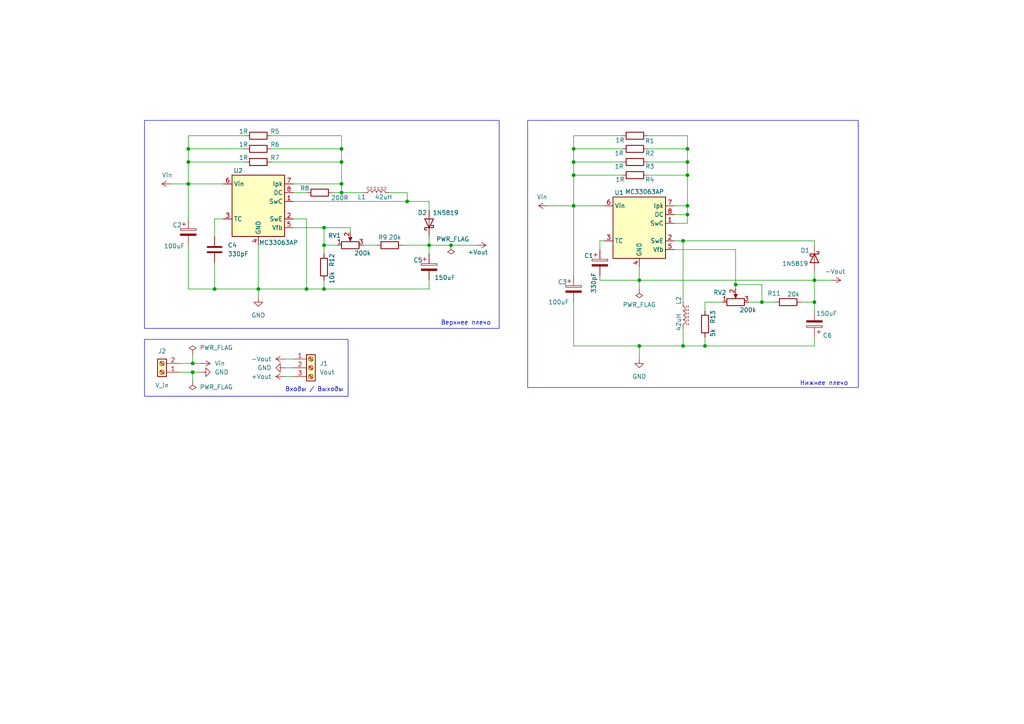
<source format=kicad_sch>
(kicad_sch (version 20231120) (generator "eeschema") (generator_version "8.0")
  (paper "A4")
  (lib_symbols
    (symbol "Connector:Screw_Terminal_01x02" (pin_names (offset 1.016) hide)
      (property "Reference" "J" (at 0 2.54 0))
      (property "Value" "Screw_Terminal_01x02" (at 0 -5.08 0))
      (symbol "Screw_Terminal_01x02_1_1"
        (rectangle (start -1.27 1.27) (end 1.27 -3.81) (stroke (width 0.254)) (fill (type background)))
        (circle (center 0 -2.54) (radius 0.635) (stroke (width 0.1524)))
        (polyline (pts (xy -0.5334 -2.2098) (xy 0.3302 -3.048)) (stroke (width 0.1524)))
        (polyline (pts (xy -0.5334 0.3302) (xy 0.3302 -0.508)) (stroke (width 0.1524)))
        (polyline (pts (xy -0.3556 -2.032) (xy 0.508 -2.8702)) (stroke (width 0.1524)))
        (polyline (pts (xy -0.3556 0.508) (xy 0.508 -0.3302)) (stroke (width 0.1524)))
        (circle (center 0 0) (radius 0.635) (stroke (width 0.1524)))
        (pin passive line (at -5.08 0 0) (length 3.81) (name "Pin_1") (number "1"))
        (pin passive line (at -5.08 -2.54 0) (length 3.81) (name "Pin_2") (number "2"))
      )
    )
    (symbol "Connector:Screw_Terminal_01x03" (pin_names (offset 1.016) hide)
      (property "Reference" "J" (at 0 5.08 0))
      (property "Value" "Screw_Terminal_01x03" (at 0 -5.08 0))
      (symbol "Screw_Terminal_01x03_1_1"
        (rectangle (start -1.27 3.81) (end 1.27 -3.81) (stroke (width 0.254)) (fill (type background)))
        (circle (center 0 -2.54) (radius 0.635) (stroke (width 0.1524)))
        (polyline (pts (xy -0.5334 -2.2098) (xy 0.3302 -3.048)) (stroke (width 0.1524)))
        (polyline (pts (xy -0.5334 0.3302) (xy 0.3302 -0.508)) (stroke (width 0.1524)))
        (polyline (pts (xy -0.5334 2.8702) (xy 0.3302 2.032)) (stroke (width 0.1524)))
        (polyline (pts (xy -0.3556 -2.032) (xy 0.508 -2.8702)) (stroke (width 0.1524)))
        (polyline (pts (xy -0.3556 0.508) (xy 0.508 -0.3302)) (stroke (width 0.1524)))
        (polyline (pts (xy -0.3556 3.048) (xy 0.508 2.2098)) (stroke (width 0.1524)))
        (circle (center 0 0) (radius 0.635) (stroke (width 0.1524)))
        (circle (center 0 2.54) (radius 0.635) (stroke (width 0.1524)))
        (pin passive line (at -5.08 2.54 0) (length 3.81) (name "Pin_1") (number "1"))
        (pin passive line (at -5.08 0 0) (length 3.81) (name "Pin_2") (number "2"))
        (pin passive line (at -5.08 -2.54 0) (length 3.81) (name "Pin_3") (number "3"))
      )
    )
    (symbol "Device:C" (pin_numbers hide) (pin_names (offset 0.254))
      (property "Reference" "C" (at 0.635 2.54 0))
      (property "Value" "C" (at 0.635 -2.54 0))
      (symbol "C_0_1"
        (polyline (pts (xy -2.032 -0.762) (xy 2.032 -0.762)) (stroke (width 0.508)))
        (polyline (pts (xy -2.032 0.762) (xy 2.032 0.762)) (stroke (width 0.508)))
      )
      (symbol "C_1_1"
        (pin passive line (at 0 3.81 270) (length 2.794) (name "~") (number "1"))
        (pin passive line (at 0 -3.81 90) (length 2.794) (name "~") (number "2"))
      )
    )
    (symbol "Device:C_Polarized" (pin_numbers hide) (pin_names (offset 0.254))
      (property "Reference" "C" (at 0.635 2.54 0))
      (property "Value" "C_Polarized" (at 0.635 -2.54 0))
      (symbol "C_Polarized_0_1"
        (rectangle (start -2.286 0.508) (end 2.286 1.016))
        (polyline (pts (xy -1.778 2.286) (xy -0.762 2.286)))
        (polyline (pts (xy -1.27 2.794) (xy -1.27 1.778)))
        (rectangle (start 2.286 -0.508) (end -2.286 -1.016) (fill (type outline)))
      )
      (symbol "C_Polarized_1_1"
        (pin passive line (at 0 3.81 270) (length 2.794) (name "~") (number "1"))
        (pin passive line (at 0 -3.81 90) (length 2.794) (name "~") (number "2"))
      )
    )
    (symbol "Device:L_Ferrite" (pin_numbers hide) (pin_names (offset 1.016) hide)
      (property "Reference" "L" (at -1.27 0 90))
      (property "Value" "L_Ferrite" (at 2.794 0 90))
      (symbol "L_Ferrite_0_1"
        (arc (start 0 -2.54) (mid 0.6323 -1.905) (end 0 -1.27))
        (arc (start 0 -1.27) (mid 0.6323 -0.635) (end 0 0))
        (polyline (pts (xy 1.016 -2.794) (xy 1.016 -2.286)))
        (polyline (pts (xy 1.016 -1.778) (xy 1.016 -1.27)))
        (polyline (pts (xy 1.016 -0.762) (xy 1.016 -0.254)))
        (polyline (pts (xy 1.016 0.254) (xy 1.016 0.762)))
        (polyline (pts (xy 1.016 1.27) (xy 1.016 1.778)))
        (polyline (pts (xy 1.016 2.286) (xy 1.016 2.794)))
        (polyline (pts (xy 1.524 -2.286) (xy 1.524 -2.794)))
        (polyline (pts (xy 1.524 -1.27) (xy 1.524 -1.778)))
        (polyline (pts (xy 1.524 -0.254) (xy 1.524 -0.762)))
        (polyline (pts (xy 1.524 0.762) (xy 1.524 0.254)))
        (polyline (pts (xy 1.524 1.778) (xy 1.524 1.27)))
        (polyline (pts (xy 1.524 2.794) (xy 1.524 2.286)))
        (arc (start 0 0) (mid 0.6323 0.635) (end 0 1.27))
        (arc (start 0 1.27) (mid 0.6323 1.905) (end 0 2.54))
      )
      (symbol "L_Ferrite_1_1"
        (pin passive line (at 0 3.81 270) (length 1.27) (name "1") (number "1"))
        (pin passive line (at 0 -3.81 90) (length 1.27) (name "2") (number "2"))
      )
    )
    (symbol "Device:R" (pin_numbers hide) (pin_names (offset 0))
      (property "Reference" "R" (at 2.032 0 90))
      (property "Value" "R" (at 0 0 90))
      (symbol "R_0_1"
        (rectangle (start -1.016 -2.54) (end 1.016 2.54) (stroke (width 0.254)))
      )
      (symbol "R_1_1"
        (pin passive line (at 0 3.81 270) (length 1.27) (name "~") (number "1"))
        (pin passive line (at 0 -3.81 90) (length 1.27) (name "~") (number "2"))
      )
    )
    (symbol "Device:R_Potentiometer" (pin_names (offset 1.016) hide)
      (property "Reference" "RV" (at -4.445 0 90))
      (property "Value" "R_Potentiometer" (at -2.54 0 90))
      (symbol "R_Potentiometer_0_1"
        (polyline (pts (xy 2.54 0) (xy 1.524 0)))
        (polyline (pts (xy 1.143 0) (xy 2.286 0.508) (xy 2.286 -0.508) (xy 1.143 0)) (fill (type outline)))
        (rectangle (start 1.016 2.54) (end -1.016 -2.54) (stroke (width 0.254)))
      )
      (symbol "R_Potentiometer_1_1"
        (pin passive line (at 0 3.81 270) (length 1.27) (name "1") (number "1"))
        (pin passive line (at 3.81 0 180) (length 1.27) (name "2") (number "2"))
        (pin passive line (at 0 -3.81 90) (length 1.27) (name "3") (number "3"))
      )
    )
    (symbol "Diode:1N5819" (pin_numbers hide) (pin_names (offset 1.016) hide)
      (property "Reference" "D" (at 0 2.54 0))
      (property "Value" "1N5819" (at 0 -2.54 0))
      (symbol "1N5819_0_1"
        (polyline (pts (xy 1.27 0) (xy -1.27 0)))
        (polyline (pts (xy 1.27 1.27) (xy 1.27 -1.27) (xy -1.27 0) (xy 1.27 1.27)) (stroke (width 0.254)))
        (polyline (pts (xy -1.905 0.635) (xy -1.905 1.27) (xy -1.27 1.27) (xy -1.27 -1.27) (xy -0.635 -1.27) (xy -0.635 -0.635)) (stroke (width 0.254)))
      )
      (symbol "1N5819_1_1"
        (pin passive line (at -3.81 0 0) (length 2.54) (name "K") (number "1"))
        (pin passive line (at 3.81 0 180) (length 2.54) (name "A") (number "2"))
      )
    )
    (symbol "Regulator_Switching:MC33063AP"
      (property "Reference" "U" (at -7.62 8.89 0))
      (property "Value" "MC33063AP" (at 0 8.89 0))
      (symbol "MC33063AP_0_1"
        (rectangle (start -7.62 7.62) (end 7.62 -10.16) (stroke (width 0.254)) (fill (type background)))
      )
      (symbol "MC33063AP_1_1"
        (pin open_collector line (at 10.16 0 180) (length 2.54) (name "SwC") (number "1"))
        (pin open_emitter line (at 10.16 -5.08 180) (length 2.54) (name "SwE") (number "2"))
        (pin passive line (at -10.16 -5.08 0) (length 2.54) (name "TC") (number "3"))
        (pin power_in line (at 0 -12.7 90) (length 2.54) (name "GND") (number "4"))
        (pin input line (at 10.16 -7.62 180) (length 2.54) (name "Vfb") (number "5"))
        (pin power_in line (at -10.16 5.08 0) (length 2.54) (name "Vin") (number "6"))
        (pin input line (at 10.16 5.08 180) (length 2.54) (name "Ipk") (number "7"))
        (pin open_collector line (at 10.16 2.54 180) (length 2.54) (name "DC") (number "8"))
      )
    )
    (symbol "power:+15V" (power) (pin_numbers hide) (pin_names (offset 0) hide)
      (property "Value" "+15V" (at 0 3.556 0))
      (symbol "+15V_0_1"
        (polyline (pts (xy -0.762 1.27) (xy 0 2.54)))
        (polyline (pts (xy 0 0) (xy 0 2.54)))
        (polyline (pts (xy 0 2.54) (xy 0.762 1.27)))
      )
      (symbol "+15V_1_1"
        (pin power_in line (at 0 0 90) (length 0) (name "~") (number "1"))
      )
    )
    (symbol "power:GND" (power) (pin_numbers hide) (pin_names (offset 0) hide)
      (property "Value" "GND" (at 0 -3.81 0))
      (symbol "GND_0_1"
        (polyline (pts (xy 0 0) (xy 0 -1.27) (xy 1.27 -1.27) (xy 0 -2.54) (xy -1.27 -1.27) (xy 0 -1.27)))
      )
      (symbol "GND_1_1"
        (pin power_in line (at 0 0 270) (length 0) (name "~") (number "1"))
      )
    )
    (symbol "power:PWR_FLAG" (power) (pin_numbers hide) (pin_names (offset 0) hide)
      (property "Value" "PWR_FLAG" (at 0 3.81 0))
      (symbol "PWR_FLAG_0_0"
        (pin power_out line (at 0 0 90) (length 0) (name "~") (number "1"))
      )
      (symbol "PWR_FLAG_0_1"
        (polyline (pts (xy 0 0) (xy 0 1.27) (xy -1.016 1.905) (xy 0 2.54) (xy 1.016 1.905) (xy 0 1.27)))
      )
    )
  )
  (junction (at 204.47 100.33))
  (junction (at 198.12 100.33))
  (junction (at 166.37 59.69))
  (junction (at 166.37 50.8))
  (junction (at 166.37 46.99))
  (junction (at 199.39 62.23))
  (junction (at 99.06 43.18))
  (junction (at 185.42 100.33))
  (junction (at 55.88 107.95))
  (junction (at 93.98 71.12))
  (junction (at 55.88 105.41))
  (junction (at 166.37 43.18))
  (junction (at 198.12 69.85))
  (junction (at 99.06 53.34))
  (junction (at 199.39 59.69))
  (junction (at 199.39 43.18))
  (junction (at 220.98 87.63))
  (junction (at 74.93 83.82))
  (junction (at 93.98 66.04))
  (junction (at 130.81 71.12))
  (junction (at 99.06 46.99))
  (junction (at 185.42 81.28))
  (junction (at 213.36 82.55))
  (junction (at 62.23 83.82))
  (junction (at 54.61 46.99))
  (junction (at 88.9 83.82))
  (junction (at 54.61 53.34))
  (junction (at 236.22 81.28))
  (junction (at 199.39 46.99))
  (junction (at 93.98 83.82))
  (junction (at 199.39 50.8))
  (junction (at 124.46 71.12))
  (junction (at 118.11 58.42))
  (junction (at 99.06 55.88))
  (junction (at 236.22 87.63))
  (junction (at 54.61 43.18))
  (wire (pts (xy 54.61 39.37) (xy 71.12 39.37)))
  (wire (pts (xy 82.55 104.14) (xy 85.09 104.14)))
  (wire (pts (xy 82.55 109.22) (xy 85.09 109.22)))
  (wire (pts (xy 78.74 39.37) (xy 99.06 39.37)))
  (wire (pts (xy 185.42 81.28) (xy 185.42 83.82)))
  (wire (pts (xy 55.88 107.95) (xy 58.42 107.95)))
  (wire (pts (xy 96.52 55.88) (xy 99.06 55.88)))
  (wire (pts (xy 166.37 59.69) (xy 175.26 59.69)))
  (wire (pts (xy 198.12 95.25) (xy 198.12 100.33)))
  (wire (pts (xy 93.98 66.04) (xy 93.98 71.12)))
  (wire (pts (xy 195.58 62.23) (xy 199.39 62.23)))
  (wire (pts (xy 85.09 63.5) (xy 88.9 63.5)))
  (wire (pts (xy 88.9 63.5) (xy 88.9 83.82)))
  (wire (pts (xy 85.09 66.04) (xy 93.98 66.04)))
  (wire (pts (xy 199.39 46.99) (xy 199.39 50.8)))
  (wire (pts (xy 199.39 39.37) (xy 199.39 43.18)))
  (wire (pts (xy 180.34 50.8) (xy 166.37 50.8)))
  (wire (pts (xy 166.37 43.18) (xy 166.37 39.37)))
  (wire (pts (xy 85.09 53.34) (xy 99.06 53.34)))
  (wire (pts (xy 166.37 43.18) (xy 180.34 43.18)))
  (wire (pts (xy 209.55 87.63) (xy 204.47 87.63)))
  (wire (pts (xy 124.46 58.42) (xy 118.11 58.42)))
  (wire (pts (xy 88.9 83.82) (xy 93.98 83.82)))
  (wire (pts (xy 199.39 59.69) (xy 199.39 62.23)))
  (wire (pts (xy 166.37 50.8) (xy 166.37 46.99)))
  (wire (pts (xy 55.88 105.41) (xy 58.42 105.41)))
  (wire (pts (xy 124.46 58.42) (xy 124.46 60.96)))
  (wire (pts (xy 236.22 78.74) (xy 236.22 81.28)))
  (wire (pts (xy 224.79 87.63) (xy 220.98 87.63)))
  (wire (pts (xy 64.77 63.5) (xy 62.23 63.5)))
  (wire (pts (xy 166.37 46.99) (xy 180.34 46.99)))
  (wire (pts (xy 185.42 77.47) (xy 185.42 81.28)))
  (wire (pts (xy 74.93 83.82) (xy 88.9 83.82)))
  (wire (pts (xy 54.61 46.99) (xy 54.61 53.34)))
  (wire (pts (xy 118.11 55.88) (xy 118.11 58.42)))
  (wire (pts (xy 93.98 66.04) (xy 101.6 66.04)))
  (wire (pts (xy 78.74 43.18) (xy 99.06 43.18)))
  (wire (pts (xy 93.98 83.82) (xy 124.46 83.82)))
  (wire (pts (xy 62.23 63.5) (xy 62.23 68.58)))
  (wire (pts (xy 49.53 53.34) (xy 54.61 53.34)))
  (wire (pts (xy 187.96 39.37) (xy 199.39 39.37)))
  (wire (pts (xy 54.61 43.18) (xy 71.12 43.18)))
  (wire (pts (xy 93.98 81.28) (xy 93.98 83.82)))
  (wire (pts (xy 99.06 39.37) (xy 99.06 43.18)))
  (wire (pts (xy 166.37 39.37) (xy 180.34 39.37)))
  (wire (pts (xy 166.37 100.33) (xy 185.42 100.33)))
  (wire (pts (xy 93.98 71.12) (xy 93.98 73.66)))
  (wire (pts (xy 185.42 100.33) (xy 198.12 100.33)))
  (wire (pts (xy 195.58 59.69) (xy 199.39 59.69)))
  (wire (pts (xy 187.96 50.8) (xy 199.39 50.8)))
  (wire (pts (xy 213.36 72.39) (xy 213.36 82.55)))
  (wire (pts (xy 71.12 46.99) (xy 54.61 46.99)))
  (wire (pts (xy 166.37 87.63) (xy 166.37 100.33)))
  (wire (pts (xy 199.39 50.8) (xy 199.39 59.69)))
  (wire (pts (xy 82.55 106.68) (xy 85.09 106.68)))
  (wire (pts (xy 124.46 81.28) (xy 124.46 83.82)))
  (wire (pts (xy 199.39 62.23) (xy 199.39 64.77)))
  (wire (pts (xy 54.61 39.37) (xy 54.61 43.18)))
  (wire (pts (xy 52.07 105.41) (xy 55.88 105.41)))
  (wire (pts (xy 85.09 55.88) (xy 88.9 55.88)))
  (wire (pts (xy 236.22 69.85) (xy 236.22 71.12)))
  (wire (pts (xy 54.61 53.34) (xy 64.77 53.34)))
  (wire (pts (xy 74.93 83.82) (xy 74.93 86.36)))
  (wire (pts (xy 195.58 69.85) (xy 198.12 69.85)))
  (wire (pts (xy 101.6 66.04) (xy 101.6 67.31)))
  (wire (pts (xy 62.23 76.2) (xy 62.23 83.82)))
  (wire (pts (xy 116.84 71.12) (xy 124.46 71.12)))
  (wire (pts (xy 124.46 71.12) (xy 130.81 71.12)))
  (wire (pts (xy 198.12 100.33) (xy 204.47 100.33)))
  (wire (pts (xy 78.74 46.99) (xy 99.06 46.99)))
  (wire (pts (xy 166.37 50.8) (xy 166.37 59.69)))
  (wire (pts (xy 195.58 72.39) (xy 213.36 72.39)))
  (wire (pts (xy 54.61 53.34) (xy 54.61 63.5)))
  (wire (pts (xy 213.36 82.55) (xy 213.36 83.82)))
  (wire (pts (xy 220.98 87.63) (xy 217.17 87.63)))
  (wire (pts (xy 166.37 59.69) (xy 166.37 80.01)))
  (wire (pts (xy 54.61 71.12) (xy 54.61 83.82)))
  (wire (pts (xy 85.09 58.42) (xy 118.11 58.42)))
  (wire (pts (xy 166.37 46.99) (xy 166.37 43.18)))
  (wire (pts (xy 175.26 69.85) (xy 173.99 69.85)))
  (wire (pts (xy 173.99 80.01) (xy 173.99 81.28)))
  (wire (pts (xy 236.22 81.28) (xy 241.3 81.28)))
  (wire (pts (xy 199.39 43.18) (xy 199.39 46.99)))
  (wire (pts (xy 173.99 81.28) (xy 185.42 81.28)))
  (wire (pts (xy 113.03 55.88) (xy 118.11 55.88)))
  (wire (pts (xy 109.22 71.12) (xy 105.41 71.12)))
  (wire (pts (xy 204.47 100.33) (xy 236.22 100.33)))
  (wire (pts (xy 236.22 100.33) (xy 236.22 97.79)))
  (wire (pts (xy 204.47 97.79) (xy 204.47 100.33)))
  (wire (pts (xy 55.88 107.95) (xy 55.88 110.49)))
  (wire (pts (xy 173.99 69.85) (xy 173.99 72.39)))
  (wire (pts (xy 220.98 82.55) (xy 220.98 87.63)))
  (wire (pts (xy 99.06 53.34) (xy 99.06 55.88)))
  (wire (pts (xy 99.06 55.88) (xy 105.41 55.88)))
  (wire (pts (xy 185.42 81.28) (xy 236.22 81.28)))
  (wire (pts (xy 232.41 87.63) (xy 236.22 87.63)))
  (wire (pts (xy 54.61 83.82) (xy 62.23 83.82)))
  (wire (pts (xy 97.79 71.12) (xy 93.98 71.12)))
  (wire (pts (xy 236.22 81.28) (xy 236.22 87.63)))
  (wire (pts (xy 185.42 100.33) (xy 185.42 104.14)))
  (wire (pts (xy 54.61 43.18) (xy 54.61 46.99)))
  (wire (pts (xy 187.96 43.18) (xy 199.39 43.18)))
  (wire (pts (xy 187.96 46.99) (xy 199.39 46.99)))
  (wire (pts (xy 124.46 71.12) (xy 124.46 73.66)))
  (wire (pts (xy 99.06 43.18) (xy 99.06 46.99)))
  (wire (pts (xy 204.47 87.63) (xy 204.47 90.17)))
  (wire (pts (xy 74.93 71.12) (xy 74.93 83.82)))
  (wire (pts (xy 213.36 82.55) (xy 220.98 82.55)))
  (wire (pts (xy 52.07 107.95) (xy 55.88 107.95)))
  (wire (pts (xy 198.12 69.85) (xy 236.22 69.85)))
  (wire (pts (xy 55.88 102.87) (xy 55.88 105.41)))
  (wire (pts (xy 99.06 46.99) (xy 99.06 53.34)))
  (wire (pts (xy 130.81 71.12) (xy 138.43 71.12)))
  (wire (pts (xy 124.46 68.58) (xy 124.46 71.12)))
  (wire (pts (xy 158.75 59.69) (xy 166.37 59.69)))
  (wire (pts (xy 236.22 87.63) (xy 236.22 90.17)))
  (wire (pts (xy 198.12 69.85) (xy 198.12 87.63)))
  (wire (pts (xy 62.23 83.82) (xy 74.93 83.82)))
  (wire (pts (xy 195.58 64.77) (xy 199.39 64.77)))
  (rectangle (start 153.035 34.925) (end 248.92 112.395))
  (rectangle (start 41.91 98.425) (end 100.965 114.935))
  (rectangle (start 41.91 34.925) (end 144.78 95.25))
  (text "Верхнее плечо\n" (at 135.128 93.726 0) (effects (font (size 1.27 1.27))))
  (text "Нижнее плечо\n" (at 239.014 111.252 0) (effects (font (size 1.27 1.27))))
  (text "Входы / Выходы" (at 91.186 113.03 0) (effects (font (size 1.27 1.27))))
  (symbol (lib_id "Device:R") (at 204.47 93.98 180) (unit 1)
    (property "Reference" "R13" (at 206.756 91.948 90))
    (property "Value" "5k" (at 206.756 96.52 90))
    (property "Footprint" "Resistor_THT:R_Axial_DIN0207_L6.3mm_D2.5mm_P10.16mm_Horizontal" (effects (hide yes)))
    (property "Description" "Resistor" (effects (hide yes)))
  )
  (symbol (lib_id "Device:C_Polarized") (at 54.61 67.31 0) (unit 1)
    (property "Reference" "C2" (at 50.038 65.278 0) (effects (justify left)))
    (property "Value" "100uF" (at 47.498 71.374 0) (effects (justify left)))
    (property "Footprint" "Capacitor_THT:CP_Radial_D8.0mm_P2.50mm" (effects (hide yes)))
    (property "Description" "Polarized capacitor" (effects (hide yes)))
  )
  (symbol (lib_id "Device:R") (at 184.15 50.8 90) (unit 1)
    (property "Reference" "R4" (at 188.468 52.07 90))
    (property "Value" "1R" (at 179.832 52.07 90))
    (property "Footprint" "Resistor_THT:R_Axial_DIN0207_L6.3mm_D2.5mm_P10.16mm_Horizontal" (effects (hide yes)))
    (property "Description" "Resistor" (effects (hide yes)))
  )
  (symbol (lib_id "Device:R") (at 228.6 87.63 270) (unit 1)
    (property "Reference" "R11" (at 224.536 85.09 90))
    (property "Value" "20k" (at 230.124 85.344 90))
    (property "Footprint" "Resistor_THT:R_Axial_DIN0207_L6.3mm_D2.5mm_P10.16mm_Horizontal" (effects (hide yes)))
    (property "Description" "Resistor" (effects (hide yes)))
  )
  (symbol (lib_id "power:PWR_FLAG") (at 130.81 71.12 180) (unit 1)
    (property "Reference" "#FLG01" (effects (hide yes)))
    (property "Value" "PWR_FLAG" (at 131.318 69.342 0))
    (property "Description" "Special symbol for telling ERC where power comes from" (effects (hide yes)))
  )
  (symbol (lib_id "Device:C_Polarized") (at 236.22 93.98 180) (unit 1)
    (property "Reference" "C6" (at 241.3 97.282 0) (effects (justify left)))
    (property "Value" "150uF" (at 242.824 90.932 0) (effects (justify left)))
    (property "Footprint" "Capacitor_THT:CP_Radial_D8.0mm_P2.50mm" (effects (hide yes)))
    (property "Description" "Polarized capacitor" (effects (hide yes)))
  )
  (symbol (lib_id "Device:R") (at 74.93 46.99 90) (unit 1)
    (property "Reference" "R7" (at 79.756 45.72 90))
    (property "Value" "1R" (at 70.612 45.72 90))
    (property "Footprint" "Resistor_THT:R_Axial_DIN0207_L6.3mm_D2.5mm_P10.16mm_Horizontal" (effects (hide yes)))
    (property "Description" "Resistor" (effects (hide yes)))
  )
  (symbol (lib_id "power:GND") (at 58.42 107.95 90) (unit 1)
    (property "Reference" "#PWR010" (effects (hide yes)))
    (property "Value" "GND" (at 62.23 107.9499 90) (effects (justify right)))
    (property "Description" "Power symbol creates a global label with name \"GND\" , ground" (effects (hide yes)))
  )
  (symbol (lib_id "power:PWR_FLAG") (at 55.88 102.87 0) (unit 1)
    (property "Reference" "#FLG03" (effects (hide yes)))
    (property "Value" "PWR_FLAG" (at 62.738 100.838 0))
    (property "Description" "Special symbol for telling ERC where power comes from" (effects (hide yes)))
  )
  (symbol (lib_id "Device:C") (at 62.23 72.39 0) (unit 1)
    (property "Reference" "C4" (at 66.04 71.1199 0) (effects (justify left)))
    (property "Value" "330pF" (at 66.04 73.6599 0) (effects (justify left)))
    (property "Footprint" "Capacitor_THT:C_Disc_D3.0mm_W2.0mm_P2.50mm" (effects (hide yes)))
    (property "Description" "Unpolarized capacitor" (effects (hide yes)))
  )
  (symbol (lib_id "Device:L_Ferrite") (at 198.12 91.44 0) (unit 1)
    (property "Reference" "L2" (at 196.85 87.122 90))
    (property "Value" "42uH" (at 196.85 93.472 90))
    (property "Footprint" "Inductor_THT:L_Radial_L8.0mm_W8.0mm_P5.00mm_Neosid_NE-CPB-07E" (effects (hide yes)))
    (property "Description" "Inductor with ferrite core" (effects (hide yes)))
  )
  (symbol (lib_id "Device:R") (at 184.15 43.18 90) (unit 1)
    (property "Reference" "R2" (at 188.468 44.45 90))
    (property "Value" "1R" (at 179.578 44.45 90))
    (property "Footprint" "Resistor_THT:R_Axial_DIN0207_L6.3mm_D2.5mm_P10.16mm_Horizontal" (effects (hide yes)))
    (property "Description" "Resistor" (effects (hide yes)))
  )
  (symbol (lib_id "Device:R") (at 113.03 71.12 270) (unit 1)
    (property "Reference" "R9" (at 110.998 68.834 90))
    (property "Value" "20k" (at 114.554 68.834 90))
    (property "Footprint" "Resistor_THT:R_Axial_DIN0207_L6.3mm_D2.5mm_P10.16mm_Horizontal" (effects (hide yes)))
    (property "Description" "Resistor" (effects (hide yes)))
  )
  (symbol (lib_id "Device:R_Potentiometer") (at 101.6 71.12 90) (unit 1)
    (property "Reference" "RV1" (at 97.028 68.326 90))
    (property "Value" "200k" (at 105.156 73.406 90))
    (property "Footprint" "Potentiometer_THT:Potentiometer_Bourns_3266Y_Vertical" (effects (hide yes)))
    (property "Description" "Potentiometer" (effects (hide yes)))
  )
  (symbol (lib_id "power:+15V") (at 82.55 109.22 90) (unit 1)
    (property "Reference" "#PWR07" (effects (hide yes)))
    (property "Value" "+Vout" (at 78.74 109.2199 90) (effects (justify left)))
    (property "Description" "Power symbol creates a global label with name \"+15V\"" (effects (hide yes)))
  )
  (symbol (lib_id "power:PWR_FLAG") (at 55.88 110.49 180) (unit 1)
    (property "Reference" "#FLG04" (effects (hide yes)))
    (property "Value" "PWR_FLAG" (at 62.738 112.268 0))
    (property "Description" "Special symbol for telling ERC where power comes from" (effects (hide yes)))
  )
  (symbol (lib_id "Device:R") (at 184.15 46.99 90) (unit 1)
    (property "Reference" "R3" (at 188.468 48.26 90))
    (property "Value" "1R" (at 179.578 48.26 90))
    (property "Footprint" "Resistor_THT:R_Axial_DIN0207_L6.3mm_D2.5mm_P10.16mm_Horizontal" (effects (hide yes)))
    (property "Description" "Resistor" (effects (hide yes)))
  )
  (symbol (lib_id "power:+15V") (at 58.42 105.41 270) (unit 1)
    (property "Reference" "#PWR08" (effects (hide yes)))
    (property "Value" "Vin" (at 62.23 105.4099 90) (effects (justify left)))
    (property "Description" "Power symbol creates a global label with name \"+15V\"" (effects (hide yes)))
  )
  (symbol (lib_id "power:+15V") (at 49.53 53.34 90) (unit 1)
    (property "Reference" "#PWR02" (effects (hide yes)))
    (property "Value" "Vin" (at 50.038 50.8 90) (effects (justify left)))
    (property "Description" "Power symbol creates a global label with name \"+15V\"" (effects (hide yes)))
  )
  (symbol (lib_id "power:GND") (at 185.42 104.14 0) (unit 1)
    (property "Reference" "#PWR06" (effects (hide yes)))
    (property "Value" "GND" (at 185.42 109.22 0))
    (property "Description" "Power symbol creates a global label with name \"GND\" , ground" (effects (hide yes)))
  )
  (symbol (lib_id "Device:R") (at 93.98 77.47 180) (unit 1)
    (property "Reference" "R12" (at 96.266 75.438 90))
    (property "Value" "10k" (at 96.266 80.518 90))
    (property "Footprint" "Resistor_THT:R_Axial_DIN0207_L6.3mm_D2.5mm_P10.16mm_Horizontal" (effects (hide yes)))
    (property "Description" "Resistor" (effects (hide yes)))
  )
  (symbol (lib_id "Device:R") (at 92.71 55.88 90) (unit 1)
    (property "Reference" "R8" (at 88.392 54.61 90))
    (property "Value" "200R" (at 98.552 57.404 90))
    (property "Footprint" "Resistor_THT:R_Axial_DIN0207_L6.3mm_D2.5mm_P10.16mm_Horizontal" (effects (hide yes)))
    (property "Description" "Resistor" (effects (hide yes)))
  )
  (symbol (lib_id "Device:C_Polarized") (at 173.99 76.2 0) (unit 1)
    (property "Reference" "C1" (at 169.418 74.168 0) (effects (justify left)))
    (property "Value" "330pF" (at 172.212 85.09 90) (effects (justify left)))
    (property "Footprint" "Capacitor_THT:C_Disc_D3.0mm_W2.0mm_P2.50mm" (effects (hide yes)))
    (property "Description" "Polarized capacitor" (effects (hide yes)))
  )
  (symbol (lib_id "Device:L_Ferrite") (at 109.22 55.88 90) (unit 1)
    (property "Reference" "L1" (at 104.902 57.15 90))
    (property "Value" "42uH" (at 111.252 57.15 90))
    (property "Footprint" "Inductor_THT:L_Radial_L8.0mm_W8.0mm_P5.00mm_Neosid_NE-CPB-07E" (effects (hide yes)))
    (property "Description" "Inductor with ferrite core" (effects (hide yes)))
  )
  (symbol (lib_id "Device:R_Potentiometer") (at 213.36 87.63 90) (unit 1)
    (property "Reference" "RV2" (at 208.788 84.836 90))
    (property "Value" "200k" (at 216.916 89.916 90))
    (property "Footprint" "Potentiometer_THT:Potentiometer_Bourns_3266Y_Vertical" (effects (hide yes)))
    (property "Description" "Potentiometer" (effects (hide yes)))
  )
  (symbol (lib_id "Connector:Screw_Terminal_01x02") (at 46.99 107.95 180) (unit 1)
    (property "Reference" "J2" (at 46.99 101.854 0))
    (property "Value" "V_in" (at 46.99 111.76 0))
    (property "Footprint" "TerminalBlock_Phoenix:TerminalBlock_Phoenix_MKDS-1,5-2_1x02_P5.00mm_Horizontal" (effects (hide yes)))
    (property "Description" "Generic screw terminal, single row, 01x02, script generated (kicad-library-utils/schlib/autogen/connector/)" (effects (hide yes)))
  )
  (symbol (lib_id "Device:R") (at 74.93 39.37 90) (unit 1)
    (property "Reference" "R5" (at 79.756 38.1 90))
    (property "Value" "1R" (at 70.612 38.1 90))
    (property "Footprint" "Resistor_THT:R_Axial_DIN0207_L6.3mm_D2.5mm_P10.16mm_Horizontal" (effects (hide yes)))
    (property "Description" "Resistor" (effects (hide yes)))
  )
  (symbol (lib_id "Device:C_Polarized") (at 166.37 83.82 0) (unit 1)
    (property "Reference" "C3" (at 161.798 81.788 0) (effects (justify left)))
    (property "Value" "100uF" (at 159.004 87.63 0) (effects (justify left)))
    (property "Footprint" "Capacitor_THT:CP_Radial_D8.0mm_P2.50mm" (effects (hide yes)))
    (property "Description" "Polarized capacitor" (effects (hide yes)))
  )
  (symbol (lib_id "Diode:1N5819") (at 236.22 74.93 270) (unit 1)
    (property "Reference" "D1" (at 232.156 72.644 90) (effects (justify left)))
    (property "Value" "1N5819" (at 226.822 76.454 90) (effects (justify left)))
    (property "Footprint" "Diode_THT:D_DO-41_SOD81_P10.16mm_Horizontal" (effects (hide yes)))
    (property "Datasheet" "http://www.vishay.com/docs/88525/1n5817.pdf" (effects (hide yes)))
    (property "Description" "40V 1A Schottky Barrier Rectifier Diode, DO-41" (effects (hide yes)))
  )
  (symbol (lib_id "Device:R") (at 184.15 39.37 90) (unit 1)
    (property "Reference" "R1" (at 188.468 40.894 90))
    (property "Value" "1R" (at 179.832 40.64 90))
    (property "Footprint" "Resistor_THT:R_Axial_DIN0207_L6.3mm_D2.5mm_P10.16mm_Horizontal" (effects (hide yes)))
    (property "Description" "Resistor" (effects (hide yes)))
  )
  (symbol (lib_id "power:+15V") (at 241.3 81.28 270) (unit 1)
    (property "Reference" "#PWR03" (effects (hide yes)))
    (property "Value" "-Vout" (at 239.268 78.74 90) (effects (justify left)))
    (property "Description" "Power symbol creates a global label with name \"+15V\"" (effects (hide yes)))
  )
  (symbol (lib_id "Regulator_Switching:MC33063AP") (at 185.42 64.77 0) (unit 1)
    (property "Reference" "U1" (at 179.578 55.88 0))
    (property "Value" "MC33063AP" (at 186.944 55.626 0))
    (property "Footprint" "Package_DIP:DIP-8_W7.62mm" (effects (hide yes)))
    (property "Datasheet" "http://www.onsemi.com/pub_link/Collateral/MC34063A-D.PDF" (effects (hide yes)))
    (property "Description" "1.5A, step-up/down/inverting switching regulator, 3-40V Vin, 100kHz, DIP-8" (effects (hide yes)))
  )
  (symbol (lib_id "power:+15V") (at 138.43 71.12 270) (unit 1)
    (property "Reference" "#PWR04" (effects (hide yes)))
    (property "Value" "+Vout" (at 135.636 73.152 90) (effects (justify left)))
    (property "Description" "Power symbol creates a global label with name \"+15V\"" (effects (hide yes)))
  )
  (symbol (lib_id "power:GND") (at 82.55 106.68 270) (unit 1)
    (property "Reference" "#PWR09" (effects (hide yes)))
    (property "Value" "GND" (at 78.74 106.6799 90) (effects (justify right)))
    (property "Description" "Power symbol creates a global label with name \"GND\" , ground" (effects (hide yes)))
  )
  (symbol (lib_id "power:PWR_FLAG") (at 185.42 83.82 180) (unit 1)
    (property "Reference" "#FLG02" (effects (hide yes)))
    (property "Value" "PWR_FLAG" (at 185.42 88.392 0))
    (property "Description" "Special symbol for telling ERC where power comes from" (effects (hide yes)))
  )
  (symbol (lib_id "Connector:Screw_Terminal_01x03") (at 90.17 106.68 0) (unit 1)
    (property "Reference" "J1" (at 92.71 105.4099 0) (effects (justify left)))
    (property "Value" "Vout" (at 92.71 107.9499 0) (effects (justify left)))
    (property "Footprint" "TerminalBlock_Phoenix:TerminalBlock_Phoenix_MKDS-1,5-3-5.08_1x03_P5.08mm_Horizontal" (effects (hide yes)))
    (property "Description" "Generic screw terminal, single row, 01x03, script generated (kicad-library-utils/schlib/autogen/connector/)" (effects (hide yes)))
  )
  (symbol (lib_id "Device:R") (at 74.93 43.18 90) (unit 1)
    (property "Reference" "R6" (at 79.756 41.91 90))
    (property "Value" "1R" (at 70.612 41.91 90))
    (property "Footprint" "Resistor_THT:R_Axial_DIN0207_L6.3mm_D2.5mm_P10.16mm_Horizontal" (effects (hide yes)))
    (property "Description" "Resistor" (effects (hide yes)))
  )
  (symbol (lib_id "Diode:1N5819") (at 124.46 64.77 90) (unit 1)
    (property "Reference" "D2" (at 121.158 61.722 90) (effects (justify right)))
    (property "Value" "1N5819" (at 125.476 61.722 90) (effects (justify right)))
    (property "Footprint" "Diode_THT:D_DO-41_SOD81_P10.16mm_Horizontal" (effects (hide yes)))
    (property "Datasheet" "http://www.vishay.com/docs/88525/1n5817.pdf" (effects (hide yes)))
    (property "Description" "40V 1A Schottky Barrier Rectifier Diode, DO-41" (effects (hide yes)))
  )
  (symbol (lib_id "Regulator_Switching:MC33063AP") (at 74.93 58.42 0) (unit 1)
    (property "Reference" "U2" (at 69.088 49.53 0))
    (property "Value" "MC33063AP" (at 80.772 70.358 0))
    (property "Footprint" "Package_DIP:DIP-8_W7.62mm" (effects (hide yes)))
    (property "Datasheet" "http://www.onsemi.com/pub_link/Collateral/MC34063A-D.PDF" (effects (hide yes)))
    (property "Description" "1.5A, step-up/down/inverting switching regulator, 3-40V Vin, 100kHz, DIP-8" (effects (hide yes)))
  )
  (symbol (lib_id "Device:C_Polarized") (at 124.46 77.47 0) (unit 1)
    (property "Reference" "C5" (at 119.888 75.438 0) (effects (justify left)))
    (property "Value" "150uF" (at 125.984 80.518 0) (effects (justify left)))
    (property "Footprint" "Capacitor_THT:CP_Radial_D8.0mm_P2.50mm" (effects (hide yes)))
    (property "Description" "Polarized capacitor" (effects (hide yes)))
  )
  (symbol (lib_id "power:+15V") (at 158.75 59.69 90) (unit 1)
    (property "Reference" "#PWR01" (effects (hide yes)))
    (property "Value" "Vin" (at 158.75 57.15 90) (effects (justify left)))
    (property "Description" "Power symbol creates a global label with name \"+15V\"" (effects (hide yes)))
  )
  (symbol (lib_id "power:+15V") (at 82.55 104.14 90) (unit 1)
    (property "Reference" "#PWR011" (effects (hide yes)))
    (property "Value" "-Vout" (at 78.74 104.1399 90) (effects (justify left)))
    (property "Description" "Power symbol creates a global label with name \"+15V\"" (effects (hide yes)))
  )
  (symbol (lib_id "power:GND") (at 74.93 86.36 0) (unit 1)
    (property "Reference" "#PWR05" (effects (hide yes)))
    (property "Value" "GND" (at 74.93 91.44 0))
    (property "Description" "Power symbol creates a global label with name \"GND\" , ground" (effects (hide yes)))
  )
)
</source>
